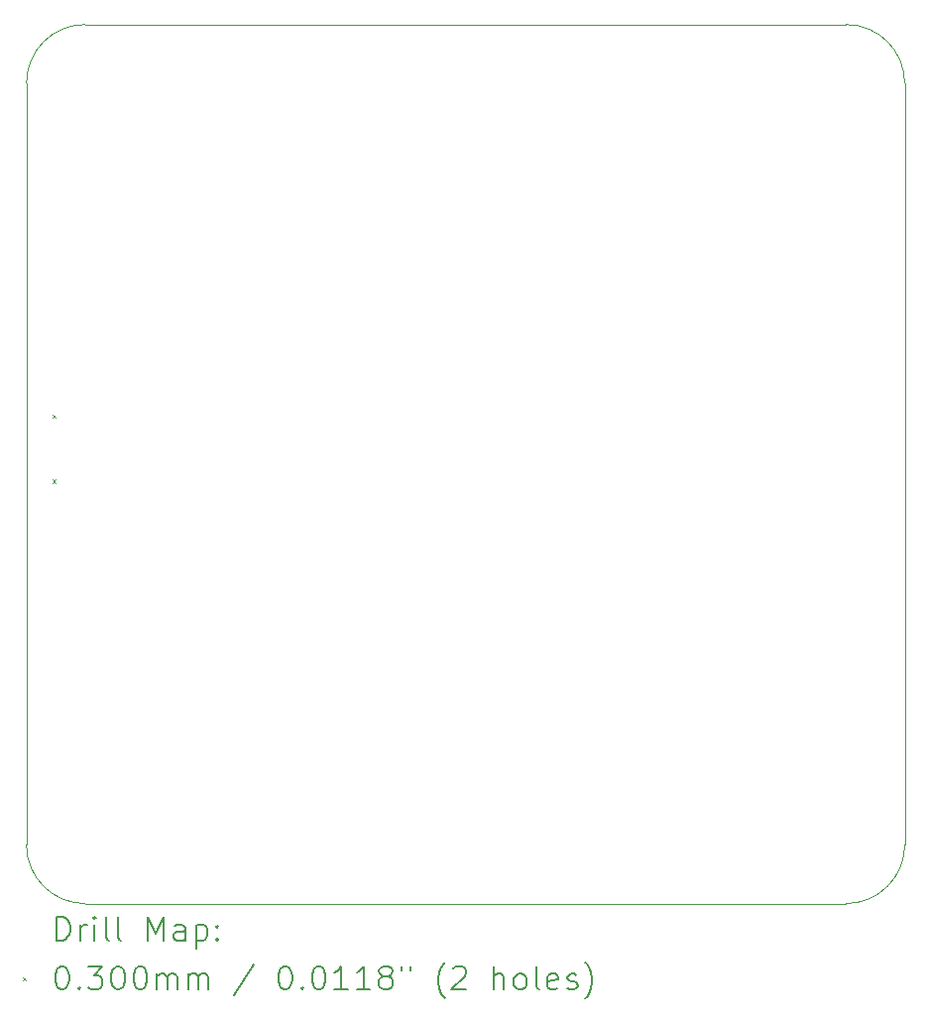
<source format=gbr>
%TF.GenerationSoftware,KiCad,Pcbnew,8.0.4*%
%TF.CreationDate,2024-11-08T13:08:58-05:00*%
%TF.ProjectId,2.4GHz_Patch,322e3447-487a-45f5-9061-7463682e6b69,rev?*%
%TF.SameCoordinates,Original*%
%TF.FileFunction,Drillmap*%
%TF.FilePolarity,Positive*%
%FSLAX45Y45*%
G04 Gerber Fmt 4.5, Leading zero omitted, Abs format (unit mm)*
G04 Created by KiCad (PCBNEW 8.0.4) date 2024-11-08 13:08:58*
%MOMM*%
%LPD*%
G01*
G04 APERTURE LIST*
%ADD10C,0.050000*%
%ADD11C,0.200000*%
%ADD12C,0.100000*%
G04 APERTURE END LIST*
D10*
X18640000Y-3255900D02*
G75*
G02*
X19140000Y-3755900I0J-500000D01*
G01*
X19140000Y-10255900D02*
G75*
G02*
X18640000Y-10755900I-500000J0D01*
G01*
X11640000Y-3755900D02*
G75*
G02*
X12140000Y-3255900I500000J0D01*
G01*
X12140000Y-10755900D02*
G75*
G02*
X11640000Y-10255900I0J500000D01*
G01*
X12140000Y-3255900D02*
X18640000Y-3255900D01*
X19140000Y-3755900D02*
X19140000Y-10255900D01*
X18640000Y-10755900D02*
X12140000Y-10755900D01*
X11640000Y-10255900D02*
X11640000Y-3755900D01*
D11*
D12*
X11860000Y-6583000D02*
X11890000Y-6613000D01*
X11890000Y-6583000D02*
X11860000Y-6613000D01*
X11860000Y-7137000D02*
X11890000Y-7167000D01*
X11890000Y-7137000D02*
X11860000Y-7167000D01*
D11*
X11898277Y-11069884D02*
X11898277Y-10869884D01*
X11898277Y-10869884D02*
X11945896Y-10869884D01*
X11945896Y-10869884D02*
X11974467Y-10879408D01*
X11974467Y-10879408D02*
X11993515Y-10898455D01*
X11993515Y-10898455D02*
X12003039Y-10917503D01*
X12003039Y-10917503D02*
X12012562Y-10955598D01*
X12012562Y-10955598D02*
X12012562Y-10984170D01*
X12012562Y-10984170D02*
X12003039Y-11022265D01*
X12003039Y-11022265D02*
X11993515Y-11041312D01*
X11993515Y-11041312D02*
X11974467Y-11060360D01*
X11974467Y-11060360D02*
X11945896Y-11069884D01*
X11945896Y-11069884D02*
X11898277Y-11069884D01*
X12098277Y-11069884D02*
X12098277Y-10936550D01*
X12098277Y-10974646D02*
X12107801Y-10955598D01*
X12107801Y-10955598D02*
X12117324Y-10946074D01*
X12117324Y-10946074D02*
X12136372Y-10936550D01*
X12136372Y-10936550D02*
X12155420Y-10936550D01*
X12222086Y-11069884D02*
X12222086Y-10936550D01*
X12222086Y-10869884D02*
X12212562Y-10879408D01*
X12212562Y-10879408D02*
X12222086Y-10888931D01*
X12222086Y-10888931D02*
X12231610Y-10879408D01*
X12231610Y-10879408D02*
X12222086Y-10869884D01*
X12222086Y-10869884D02*
X12222086Y-10888931D01*
X12345896Y-11069884D02*
X12326848Y-11060360D01*
X12326848Y-11060360D02*
X12317324Y-11041312D01*
X12317324Y-11041312D02*
X12317324Y-10869884D01*
X12450658Y-11069884D02*
X12431610Y-11060360D01*
X12431610Y-11060360D02*
X12422086Y-11041312D01*
X12422086Y-11041312D02*
X12422086Y-10869884D01*
X12679229Y-11069884D02*
X12679229Y-10869884D01*
X12679229Y-10869884D02*
X12745896Y-11012741D01*
X12745896Y-11012741D02*
X12812562Y-10869884D01*
X12812562Y-10869884D02*
X12812562Y-11069884D01*
X12993515Y-11069884D02*
X12993515Y-10965122D01*
X12993515Y-10965122D02*
X12983991Y-10946074D01*
X12983991Y-10946074D02*
X12964943Y-10936550D01*
X12964943Y-10936550D02*
X12926848Y-10936550D01*
X12926848Y-10936550D02*
X12907801Y-10946074D01*
X12993515Y-11060360D02*
X12974467Y-11069884D01*
X12974467Y-11069884D02*
X12926848Y-11069884D01*
X12926848Y-11069884D02*
X12907801Y-11060360D01*
X12907801Y-11060360D02*
X12898277Y-11041312D01*
X12898277Y-11041312D02*
X12898277Y-11022265D01*
X12898277Y-11022265D02*
X12907801Y-11003217D01*
X12907801Y-11003217D02*
X12926848Y-10993693D01*
X12926848Y-10993693D02*
X12974467Y-10993693D01*
X12974467Y-10993693D02*
X12993515Y-10984170D01*
X13088753Y-10936550D02*
X13088753Y-11136550D01*
X13088753Y-10946074D02*
X13107801Y-10936550D01*
X13107801Y-10936550D02*
X13145896Y-10936550D01*
X13145896Y-10936550D02*
X13164943Y-10946074D01*
X13164943Y-10946074D02*
X13174467Y-10955598D01*
X13174467Y-10955598D02*
X13183991Y-10974646D01*
X13183991Y-10974646D02*
X13183991Y-11031789D01*
X13183991Y-11031789D02*
X13174467Y-11050836D01*
X13174467Y-11050836D02*
X13164943Y-11060360D01*
X13164943Y-11060360D02*
X13145896Y-11069884D01*
X13145896Y-11069884D02*
X13107801Y-11069884D01*
X13107801Y-11069884D02*
X13088753Y-11060360D01*
X13269705Y-11050836D02*
X13279229Y-11060360D01*
X13279229Y-11060360D02*
X13269705Y-11069884D01*
X13269705Y-11069884D02*
X13260182Y-11060360D01*
X13260182Y-11060360D02*
X13269705Y-11050836D01*
X13269705Y-11050836D02*
X13269705Y-11069884D01*
X13269705Y-10946074D02*
X13279229Y-10955598D01*
X13279229Y-10955598D02*
X13269705Y-10965122D01*
X13269705Y-10965122D02*
X13260182Y-10955598D01*
X13260182Y-10955598D02*
X13269705Y-10946074D01*
X13269705Y-10946074D02*
X13269705Y-10965122D01*
D12*
X11607500Y-11383400D02*
X11637500Y-11413400D01*
X11637500Y-11383400D02*
X11607500Y-11413400D01*
D11*
X11936372Y-11289884D02*
X11955420Y-11289884D01*
X11955420Y-11289884D02*
X11974467Y-11299408D01*
X11974467Y-11299408D02*
X11983991Y-11308931D01*
X11983991Y-11308931D02*
X11993515Y-11327979D01*
X11993515Y-11327979D02*
X12003039Y-11366074D01*
X12003039Y-11366074D02*
X12003039Y-11413693D01*
X12003039Y-11413693D02*
X11993515Y-11451788D01*
X11993515Y-11451788D02*
X11983991Y-11470836D01*
X11983991Y-11470836D02*
X11974467Y-11480360D01*
X11974467Y-11480360D02*
X11955420Y-11489884D01*
X11955420Y-11489884D02*
X11936372Y-11489884D01*
X11936372Y-11489884D02*
X11917324Y-11480360D01*
X11917324Y-11480360D02*
X11907801Y-11470836D01*
X11907801Y-11470836D02*
X11898277Y-11451788D01*
X11898277Y-11451788D02*
X11888753Y-11413693D01*
X11888753Y-11413693D02*
X11888753Y-11366074D01*
X11888753Y-11366074D02*
X11898277Y-11327979D01*
X11898277Y-11327979D02*
X11907801Y-11308931D01*
X11907801Y-11308931D02*
X11917324Y-11299408D01*
X11917324Y-11299408D02*
X11936372Y-11289884D01*
X12088753Y-11470836D02*
X12098277Y-11480360D01*
X12098277Y-11480360D02*
X12088753Y-11489884D01*
X12088753Y-11489884D02*
X12079229Y-11480360D01*
X12079229Y-11480360D02*
X12088753Y-11470836D01*
X12088753Y-11470836D02*
X12088753Y-11489884D01*
X12164943Y-11289884D02*
X12288753Y-11289884D01*
X12288753Y-11289884D02*
X12222086Y-11366074D01*
X12222086Y-11366074D02*
X12250658Y-11366074D01*
X12250658Y-11366074D02*
X12269705Y-11375598D01*
X12269705Y-11375598D02*
X12279229Y-11385122D01*
X12279229Y-11385122D02*
X12288753Y-11404169D01*
X12288753Y-11404169D02*
X12288753Y-11451788D01*
X12288753Y-11451788D02*
X12279229Y-11470836D01*
X12279229Y-11470836D02*
X12269705Y-11480360D01*
X12269705Y-11480360D02*
X12250658Y-11489884D01*
X12250658Y-11489884D02*
X12193515Y-11489884D01*
X12193515Y-11489884D02*
X12174467Y-11480360D01*
X12174467Y-11480360D02*
X12164943Y-11470836D01*
X12412562Y-11289884D02*
X12431610Y-11289884D01*
X12431610Y-11289884D02*
X12450658Y-11299408D01*
X12450658Y-11299408D02*
X12460182Y-11308931D01*
X12460182Y-11308931D02*
X12469705Y-11327979D01*
X12469705Y-11327979D02*
X12479229Y-11366074D01*
X12479229Y-11366074D02*
X12479229Y-11413693D01*
X12479229Y-11413693D02*
X12469705Y-11451788D01*
X12469705Y-11451788D02*
X12460182Y-11470836D01*
X12460182Y-11470836D02*
X12450658Y-11480360D01*
X12450658Y-11480360D02*
X12431610Y-11489884D01*
X12431610Y-11489884D02*
X12412562Y-11489884D01*
X12412562Y-11489884D02*
X12393515Y-11480360D01*
X12393515Y-11480360D02*
X12383991Y-11470836D01*
X12383991Y-11470836D02*
X12374467Y-11451788D01*
X12374467Y-11451788D02*
X12364943Y-11413693D01*
X12364943Y-11413693D02*
X12364943Y-11366074D01*
X12364943Y-11366074D02*
X12374467Y-11327979D01*
X12374467Y-11327979D02*
X12383991Y-11308931D01*
X12383991Y-11308931D02*
X12393515Y-11299408D01*
X12393515Y-11299408D02*
X12412562Y-11289884D01*
X12603039Y-11289884D02*
X12622086Y-11289884D01*
X12622086Y-11289884D02*
X12641134Y-11299408D01*
X12641134Y-11299408D02*
X12650658Y-11308931D01*
X12650658Y-11308931D02*
X12660182Y-11327979D01*
X12660182Y-11327979D02*
X12669705Y-11366074D01*
X12669705Y-11366074D02*
X12669705Y-11413693D01*
X12669705Y-11413693D02*
X12660182Y-11451788D01*
X12660182Y-11451788D02*
X12650658Y-11470836D01*
X12650658Y-11470836D02*
X12641134Y-11480360D01*
X12641134Y-11480360D02*
X12622086Y-11489884D01*
X12622086Y-11489884D02*
X12603039Y-11489884D01*
X12603039Y-11489884D02*
X12583991Y-11480360D01*
X12583991Y-11480360D02*
X12574467Y-11470836D01*
X12574467Y-11470836D02*
X12564943Y-11451788D01*
X12564943Y-11451788D02*
X12555420Y-11413693D01*
X12555420Y-11413693D02*
X12555420Y-11366074D01*
X12555420Y-11366074D02*
X12564943Y-11327979D01*
X12564943Y-11327979D02*
X12574467Y-11308931D01*
X12574467Y-11308931D02*
X12583991Y-11299408D01*
X12583991Y-11299408D02*
X12603039Y-11289884D01*
X12755420Y-11489884D02*
X12755420Y-11356550D01*
X12755420Y-11375598D02*
X12764943Y-11366074D01*
X12764943Y-11366074D02*
X12783991Y-11356550D01*
X12783991Y-11356550D02*
X12812563Y-11356550D01*
X12812563Y-11356550D02*
X12831610Y-11366074D01*
X12831610Y-11366074D02*
X12841134Y-11385122D01*
X12841134Y-11385122D02*
X12841134Y-11489884D01*
X12841134Y-11385122D02*
X12850658Y-11366074D01*
X12850658Y-11366074D02*
X12869705Y-11356550D01*
X12869705Y-11356550D02*
X12898277Y-11356550D01*
X12898277Y-11356550D02*
X12917324Y-11366074D01*
X12917324Y-11366074D02*
X12926848Y-11385122D01*
X12926848Y-11385122D02*
X12926848Y-11489884D01*
X13022086Y-11489884D02*
X13022086Y-11356550D01*
X13022086Y-11375598D02*
X13031610Y-11366074D01*
X13031610Y-11366074D02*
X13050658Y-11356550D01*
X13050658Y-11356550D02*
X13079229Y-11356550D01*
X13079229Y-11356550D02*
X13098277Y-11366074D01*
X13098277Y-11366074D02*
X13107801Y-11385122D01*
X13107801Y-11385122D02*
X13107801Y-11489884D01*
X13107801Y-11385122D02*
X13117324Y-11366074D01*
X13117324Y-11366074D02*
X13136372Y-11356550D01*
X13136372Y-11356550D02*
X13164943Y-11356550D01*
X13164943Y-11356550D02*
X13183991Y-11366074D01*
X13183991Y-11366074D02*
X13193515Y-11385122D01*
X13193515Y-11385122D02*
X13193515Y-11489884D01*
X13583991Y-11280360D02*
X13412563Y-11537503D01*
X13841134Y-11289884D02*
X13860182Y-11289884D01*
X13860182Y-11289884D02*
X13879229Y-11299408D01*
X13879229Y-11299408D02*
X13888753Y-11308931D01*
X13888753Y-11308931D02*
X13898277Y-11327979D01*
X13898277Y-11327979D02*
X13907801Y-11366074D01*
X13907801Y-11366074D02*
X13907801Y-11413693D01*
X13907801Y-11413693D02*
X13898277Y-11451788D01*
X13898277Y-11451788D02*
X13888753Y-11470836D01*
X13888753Y-11470836D02*
X13879229Y-11480360D01*
X13879229Y-11480360D02*
X13860182Y-11489884D01*
X13860182Y-11489884D02*
X13841134Y-11489884D01*
X13841134Y-11489884D02*
X13822086Y-11480360D01*
X13822086Y-11480360D02*
X13812563Y-11470836D01*
X13812563Y-11470836D02*
X13803039Y-11451788D01*
X13803039Y-11451788D02*
X13793515Y-11413693D01*
X13793515Y-11413693D02*
X13793515Y-11366074D01*
X13793515Y-11366074D02*
X13803039Y-11327979D01*
X13803039Y-11327979D02*
X13812563Y-11308931D01*
X13812563Y-11308931D02*
X13822086Y-11299408D01*
X13822086Y-11299408D02*
X13841134Y-11289884D01*
X13993515Y-11470836D02*
X14003039Y-11480360D01*
X14003039Y-11480360D02*
X13993515Y-11489884D01*
X13993515Y-11489884D02*
X13983991Y-11480360D01*
X13983991Y-11480360D02*
X13993515Y-11470836D01*
X13993515Y-11470836D02*
X13993515Y-11489884D01*
X14126848Y-11289884D02*
X14145896Y-11289884D01*
X14145896Y-11289884D02*
X14164944Y-11299408D01*
X14164944Y-11299408D02*
X14174467Y-11308931D01*
X14174467Y-11308931D02*
X14183991Y-11327979D01*
X14183991Y-11327979D02*
X14193515Y-11366074D01*
X14193515Y-11366074D02*
X14193515Y-11413693D01*
X14193515Y-11413693D02*
X14183991Y-11451788D01*
X14183991Y-11451788D02*
X14174467Y-11470836D01*
X14174467Y-11470836D02*
X14164944Y-11480360D01*
X14164944Y-11480360D02*
X14145896Y-11489884D01*
X14145896Y-11489884D02*
X14126848Y-11489884D01*
X14126848Y-11489884D02*
X14107801Y-11480360D01*
X14107801Y-11480360D02*
X14098277Y-11470836D01*
X14098277Y-11470836D02*
X14088753Y-11451788D01*
X14088753Y-11451788D02*
X14079229Y-11413693D01*
X14079229Y-11413693D02*
X14079229Y-11366074D01*
X14079229Y-11366074D02*
X14088753Y-11327979D01*
X14088753Y-11327979D02*
X14098277Y-11308931D01*
X14098277Y-11308931D02*
X14107801Y-11299408D01*
X14107801Y-11299408D02*
X14126848Y-11289884D01*
X14383991Y-11489884D02*
X14269706Y-11489884D01*
X14326848Y-11489884D02*
X14326848Y-11289884D01*
X14326848Y-11289884D02*
X14307801Y-11318455D01*
X14307801Y-11318455D02*
X14288753Y-11337503D01*
X14288753Y-11337503D02*
X14269706Y-11347027D01*
X14574467Y-11489884D02*
X14460182Y-11489884D01*
X14517325Y-11489884D02*
X14517325Y-11289884D01*
X14517325Y-11289884D02*
X14498277Y-11318455D01*
X14498277Y-11318455D02*
X14479229Y-11337503D01*
X14479229Y-11337503D02*
X14460182Y-11347027D01*
X14688753Y-11375598D02*
X14669706Y-11366074D01*
X14669706Y-11366074D02*
X14660182Y-11356550D01*
X14660182Y-11356550D02*
X14650658Y-11337503D01*
X14650658Y-11337503D02*
X14650658Y-11327979D01*
X14650658Y-11327979D02*
X14660182Y-11308931D01*
X14660182Y-11308931D02*
X14669706Y-11299408D01*
X14669706Y-11299408D02*
X14688753Y-11289884D01*
X14688753Y-11289884D02*
X14726848Y-11289884D01*
X14726848Y-11289884D02*
X14745896Y-11299408D01*
X14745896Y-11299408D02*
X14755420Y-11308931D01*
X14755420Y-11308931D02*
X14764944Y-11327979D01*
X14764944Y-11327979D02*
X14764944Y-11337503D01*
X14764944Y-11337503D02*
X14755420Y-11356550D01*
X14755420Y-11356550D02*
X14745896Y-11366074D01*
X14745896Y-11366074D02*
X14726848Y-11375598D01*
X14726848Y-11375598D02*
X14688753Y-11375598D01*
X14688753Y-11375598D02*
X14669706Y-11385122D01*
X14669706Y-11385122D02*
X14660182Y-11394646D01*
X14660182Y-11394646D02*
X14650658Y-11413693D01*
X14650658Y-11413693D02*
X14650658Y-11451788D01*
X14650658Y-11451788D02*
X14660182Y-11470836D01*
X14660182Y-11470836D02*
X14669706Y-11480360D01*
X14669706Y-11480360D02*
X14688753Y-11489884D01*
X14688753Y-11489884D02*
X14726848Y-11489884D01*
X14726848Y-11489884D02*
X14745896Y-11480360D01*
X14745896Y-11480360D02*
X14755420Y-11470836D01*
X14755420Y-11470836D02*
X14764944Y-11451788D01*
X14764944Y-11451788D02*
X14764944Y-11413693D01*
X14764944Y-11413693D02*
X14755420Y-11394646D01*
X14755420Y-11394646D02*
X14745896Y-11385122D01*
X14745896Y-11385122D02*
X14726848Y-11375598D01*
X14841134Y-11289884D02*
X14841134Y-11327979D01*
X14917325Y-11289884D02*
X14917325Y-11327979D01*
X15212563Y-11566074D02*
X15203039Y-11556550D01*
X15203039Y-11556550D02*
X15183991Y-11527979D01*
X15183991Y-11527979D02*
X15174468Y-11508931D01*
X15174468Y-11508931D02*
X15164944Y-11480360D01*
X15164944Y-11480360D02*
X15155420Y-11432741D01*
X15155420Y-11432741D02*
X15155420Y-11394646D01*
X15155420Y-11394646D02*
X15164944Y-11347027D01*
X15164944Y-11347027D02*
X15174468Y-11318455D01*
X15174468Y-11318455D02*
X15183991Y-11299408D01*
X15183991Y-11299408D02*
X15203039Y-11270836D01*
X15203039Y-11270836D02*
X15212563Y-11261312D01*
X15279229Y-11308931D02*
X15288753Y-11299408D01*
X15288753Y-11299408D02*
X15307801Y-11289884D01*
X15307801Y-11289884D02*
X15355420Y-11289884D01*
X15355420Y-11289884D02*
X15374468Y-11299408D01*
X15374468Y-11299408D02*
X15383991Y-11308931D01*
X15383991Y-11308931D02*
X15393515Y-11327979D01*
X15393515Y-11327979D02*
X15393515Y-11347027D01*
X15393515Y-11347027D02*
X15383991Y-11375598D01*
X15383991Y-11375598D02*
X15269706Y-11489884D01*
X15269706Y-11489884D02*
X15393515Y-11489884D01*
X15631610Y-11489884D02*
X15631610Y-11289884D01*
X15717325Y-11489884D02*
X15717325Y-11385122D01*
X15717325Y-11385122D02*
X15707801Y-11366074D01*
X15707801Y-11366074D02*
X15688753Y-11356550D01*
X15688753Y-11356550D02*
X15660182Y-11356550D01*
X15660182Y-11356550D02*
X15641134Y-11366074D01*
X15641134Y-11366074D02*
X15631610Y-11375598D01*
X15841134Y-11489884D02*
X15822087Y-11480360D01*
X15822087Y-11480360D02*
X15812563Y-11470836D01*
X15812563Y-11470836D02*
X15803039Y-11451788D01*
X15803039Y-11451788D02*
X15803039Y-11394646D01*
X15803039Y-11394646D02*
X15812563Y-11375598D01*
X15812563Y-11375598D02*
X15822087Y-11366074D01*
X15822087Y-11366074D02*
X15841134Y-11356550D01*
X15841134Y-11356550D02*
X15869706Y-11356550D01*
X15869706Y-11356550D02*
X15888753Y-11366074D01*
X15888753Y-11366074D02*
X15898277Y-11375598D01*
X15898277Y-11375598D02*
X15907801Y-11394646D01*
X15907801Y-11394646D02*
X15907801Y-11451788D01*
X15907801Y-11451788D02*
X15898277Y-11470836D01*
X15898277Y-11470836D02*
X15888753Y-11480360D01*
X15888753Y-11480360D02*
X15869706Y-11489884D01*
X15869706Y-11489884D02*
X15841134Y-11489884D01*
X16022087Y-11489884D02*
X16003039Y-11480360D01*
X16003039Y-11480360D02*
X15993515Y-11461312D01*
X15993515Y-11461312D02*
X15993515Y-11289884D01*
X16174468Y-11480360D02*
X16155420Y-11489884D01*
X16155420Y-11489884D02*
X16117325Y-11489884D01*
X16117325Y-11489884D02*
X16098277Y-11480360D01*
X16098277Y-11480360D02*
X16088753Y-11461312D01*
X16088753Y-11461312D02*
X16088753Y-11385122D01*
X16088753Y-11385122D02*
X16098277Y-11366074D01*
X16098277Y-11366074D02*
X16117325Y-11356550D01*
X16117325Y-11356550D02*
X16155420Y-11356550D01*
X16155420Y-11356550D02*
X16174468Y-11366074D01*
X16174468Y-11366074D02*
X16183991Y-11385122D01*
X16183991Y-11385122D02*
X16183991Y-11404169D01*
X16183991Y-11404169D02*
X16088753Y-11423217D01*
X16260182Y-11480360D02*
X16279230Y-11489884D01*
X16279230Y-11489884D02*
X16317325Y-11489884D01*
X16317325Y-11489884D02*
X16336372Y-11480360D01*
X16336372Y-11480360D02*
X16345896Y-11461312D01*
X16345896Y-11461312D02*
X16345896Y-11451788D01*
X16345896Y-11451788D02*
X16336372Y-11432741D01*
X16336372Y-11432741D02*
X16317325Y-11423217D01*
X16317325Y-11423217D02*
X16288753Y-11423217D01*
X16288753Y-11423217D02*
X16269706Y-11413693D01*
X16269706Y-11413693D02*
X16260182Y-11394646D01*
X16260182Y-11394646D02*
X16260182Y-11385122D01*
X16260182Y-11385122D02*
X16269706Y-11366074D01*
X16269706Y-11366074D02*
X16288753Y-11356550D01*
X16288753Y-11356550D02*
X16317325Y-11356550D01*
X16317325Y-11356550D02*
X16336372Y-11366074D01*
X16412563Y-11566074D02*
X16422087Y-11556550D01*
X16422087Y-11556550D02*
X16441134Y-11527979D01*
X16441134Y-11527979D02*
X16450658Y-11508931D01*
X16450658Y-11508931D02*
X16460182Y-11480360D01*
X16460182Y-11480360D02*
X16469706Y-11432741D01*
X16469706Y-11432741D02*
X16469706Y-11394646D01*
X16469706Y-11394646D02*
X16460182Y-11347027D01*
X16460182Y-11347027D02*
X16450658Y-11318455D01*
X16450658Y-11318455D02*
X16441134Y-11299408D01*
X16441134Y-11299408D02*
X16422087Y-11270836D01*
X16422087Y-11270836D02*
X16412563Y-11261312D01*
M02*

</source>
